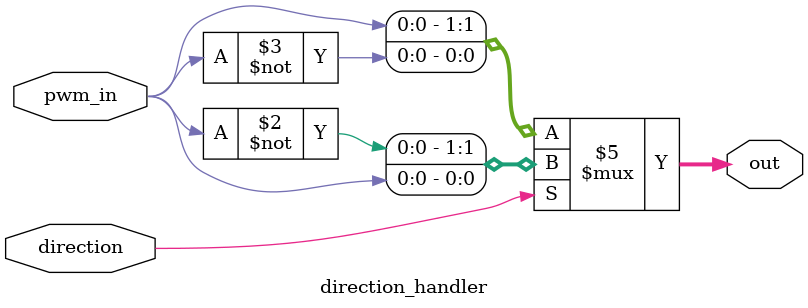
<source format=v>

module direction_handler(direction, pwm_in, out);

	input direction, pwm_in;
	output reg [1:0] out;
	
	always
		begin
			if (direction) out = {~pwm_in, pwm_in}; // If the direction is 1
			else out = {pwm_in, ~pwm_in};           // Else if the direction is 0
		end
		
endmodule
</source>
